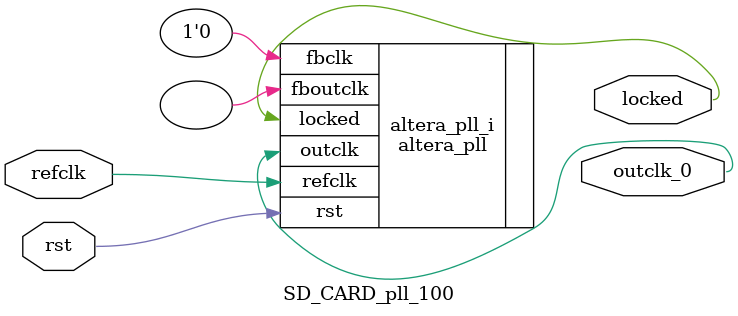
<source format=v>
`timescale 1ns/10ps
module  SD_CARD_pll_100(

	// interface 'refclk'
	input wire refclk,

	// interface 'reset'
	input wire rst,

	// interface 'outclk0'
	output wire outclk_0,

	// interface 'locked'
	output wire locked
);

	altera_pll #(
		.fractional_vco_multiplier("false"),
		.reference_clock_frequency("50.0 MHz"),
		.operation_mode("normal"),
		.number_of_clocks(1),
		.output_clock_frequency0("100.000000 MHz"),
		.phase_shift0("0 ps"),
		.duty_cycle0(50),
		.output_clock_frequency1("0 MHz"),
		.phase_shift1("0 ps"),
		.duty_cycle1(50),
		.output_clock_frequency2("0 MHz"),
		.phase_shift2("0 ps"),
		.duty_cycle2(50),
		.output_clock_frequency3("0 MHz"),
		.phase_shift3("0 ps"),
		.duty_cycle3(50),
		.output_clock_frequency4("0 MHz"),
		.phase_shift4("0 ps"),
		.duty_cycle4(50),
		.output_clock_frequency5("0 MHz"),
		.phase_shift5("0 ps"),
		.duty_cycle5(50),
		.output_clock_frequency6("0 MHz"),
		.phase_shift6("0 ps"),
		.duty_cycle6(50),
		.output_clock_frequency7("0 MHz"),
		.phase_shift7("0 ps"),
		.duty_cycle7(50),
		.output_clock_frequency8("0 MHz"),
		.phase_shift8("0 ps"),
		.duty_cycle8(50),
		.output_clock_frequency9("0 MHz"),
		.phase_shift9("0 ps"),
		.duty_cycle9(50),
		.output_clock_frequency10("0 MHz"),
		.phase_shift10("0 ps"),
		.duty_cycle10(50),
		.output_clock_frequency11("0 MHz"),
		.phase_shift11("0 ps"),
		.duty_cycle11(50),
		.output_clock_frequency12("0 MHz"),
		.phase_shift12("0 ps"),
		.duty_cycle12(50),
		.output_clock_frequency13("0 MHz"),
		.phase_shift13("0 ps"),
		.duty_cycle13(50),
		.output_clock_frequency14("0 MHz"),
		.phase_shift14("0 ps"),
		.duty_cycle14(50),
		.output_clock_frequency15("0 MHz"),
		.phase_shift15("0 ps"),
		.duty_cycle15(50),
		.output_clock_frequency16("0 MHz"),
		.phase_shift16("0 ps"),
		.duty_cycle16(50),
		.output_clock_frequency17("0 MHz"),
		.phase_shift17("0 ps"),
		.duty_cycle17(50),
		.pll_type("General"),
		.pll_subtype("General")
	) altera_pll_i (
		.rst	(rst),
		.outclk	({outclk_0}),
		.locked	(locked),
		.fboutclk	( ),
		.fbclk	(1'b0),
		.refclk	(refclk)
	);
endmodule


</source>
